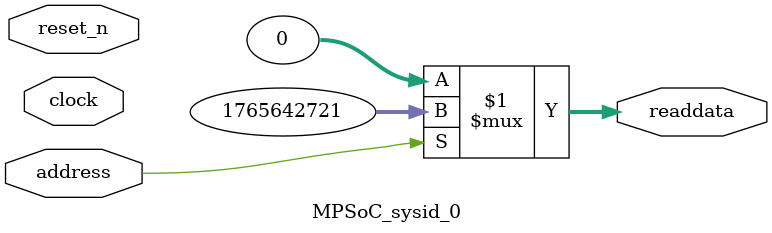
<source format=v>

`timescale 1ns / 1ps
// synthesis translate_on

// turn off superfluous verilog processor warnings 
// altera message_level Level1 
// altera message_off 10034 10035 10036 10037 10230 10240 10030 

module MPSoC_sysid_0 (
               // inputs:
                address,
                clock,
                reset_n,

               // outputs:
                readdata
             )
;

  output  [ 31: 0] readdata;
  input            address;
  input            clock;
  input            reset_n;

  wire    [ 31: 0] readdata;
  //control_slave, which is an e_avalon_slave
  assign readdata = address ? 1765642721 : 0;

endmodule




</source>
